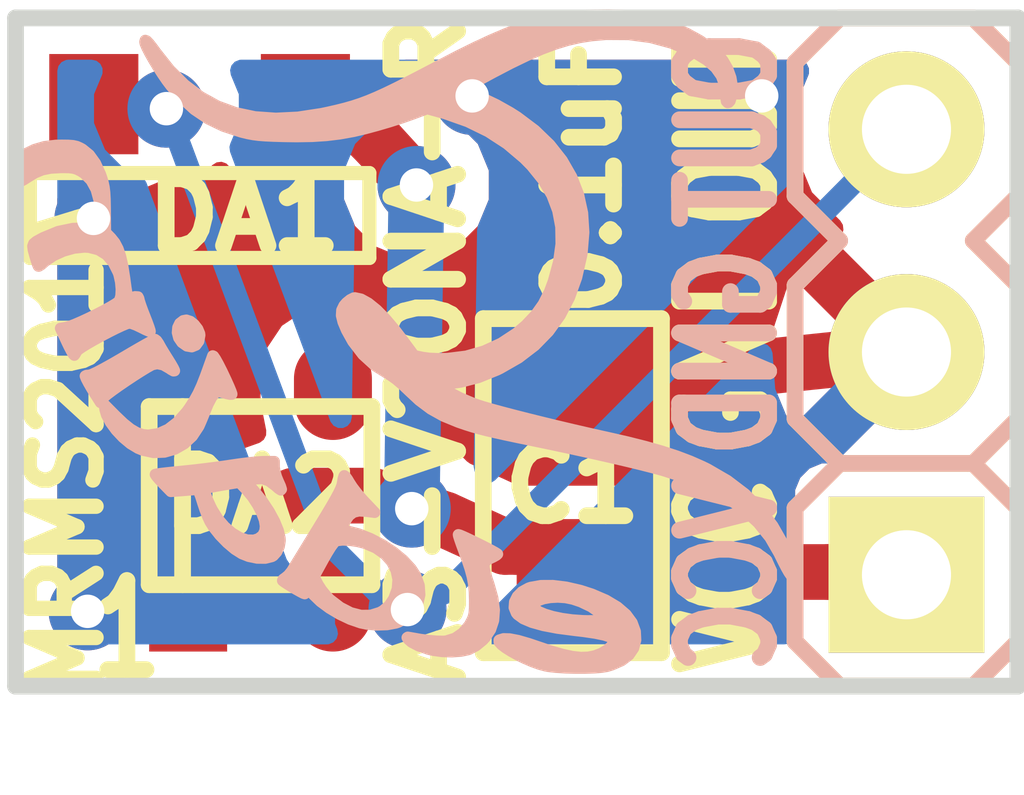
<source format=kicad_pcb>
(kicad_pcb (version 4) (host pcbnew "(2014-07-12 BZR 4289 GOST-COMMITTERS)-product")

  (general
    (links 8)
    (no_connects 0)
    (area 99.62655 49.723239 110.746429 57.000001)
    (thickness 1.6)
    (drawings 7)
    (tracks 74)
    (zones 0)
    (modules 5)
    (nets 4)
  )

  (page A4)
  (layers
    (0 F.Cu signal)
    (31 B.Cu signal)
    (36 B.SilkS user)
    (37 F.SilkS user)
    (38 B.Mask user)
    (39 F.Mask user)
    (40 Dwgs.User user hide)
    (44 Edge.Cuts user)
  )

  (setup
    (last_trace_width 0.2)
    (trace_clearance 0.2)
    (zone_clearance 0.3)
    (zone_45_only no)
    (trace_min 0.2)
    (segment_width 0.2)
    (edge_width 0.15)
    (via_size 0.7)
    (via_drill 0.3)
    (via_min_size 0.7)
    (via_min_drill 0.3)
    (uvia_size 0.7)
    (uvia_drill 0.3)
    (uvias_allowed no)
    (uvia_min_size 0.508)
    (uvia_min_drill 0.127)
    (pcb_text_width 0.3)
    (pcb_text_size 1.5 1.5)
    (mod_edge_width 0.15)
    (mod_text_size 1.5 1.5)
    (mod_text_width 0.15)
    (pad_size 1.4 1.4)
    (pad_drill 0.8)
    (pad_to_mask_clearance 0.2)
    (aux_axis_origin 0 0)
    (visible_elements 7FFFF77F)
    (pcbplotparams
      (layerselection 0x010f0_80000001)
      (usegerberextensions true)
      (gerberprecision 5)
      (excludeedgelayer true)
      (linewidth 0.150000)
      (plotframeref false)
      (viasonmask false)
      (mode 1)
      (useauxorigin false)
      (hpglpennumber 1)
      (hpglpenspeed 20)
      (hpglpendiameter 15)
      (hpglpenoverlay 2)
      (psnegative false)
      (psa4output false)
      (plotreference true)
      (plotvalue true)
      (plotinvisibletext false)
      (padsonsilk false)
      (subtractmaskfromsilk false)
      (outputformat 1)
      (mirror false)
      (drillshape 0)
      (scaleselection 1)
      (outputdirectory Gerber/))
  )

  (net 0 "")
  (net 1 GND)
  (net 2 /Out)
  (net 3 /+VCC)

  (net_class Default "Это класс цепей по умолчанию."
    (clearance 0.2)
    (trace_width 0.2)
    (via_dia 0.7)
    (via_drill 0.3)
    (uvia_dia 0.7)
    (uvia_drill 0.3)
    (add_net /Out)
  )

  (net_class wide ""
    (clearance 0.2)
    (trace_width 0.5)
    (via_dia 0.7)
    (via_drill 0.3)
    (uvia_dia 0.7)
    (uvia_drill 0.3)
    (add_net /+VCC)
    (add_net GND)
  )

  (net_class "wide wide" ""
    (clearance 0.2)
    (trace_width 1)
    (via_dia 0.7)
    (via_drill 0.3)
    (uvia_dia 0.7)
    (uvia_drill 0.3)
  )

  (module Capacitors:CAP0603 (layer F.Cu) (tedit 59542B52) (tstamp 59541A73)
    (at 105 54.2 90)
    (path /57D2A22C)
    (attr smd)
    (fp_text reference C1 (at 0 0 180) (layer F.SilkS)
      (effects (font (size 0.6 0.6) (thickness 0.15)))
    )
    (fp_text value 0.1uF (at 2.8 0.1 90) (layer F.SilkS)
      (effects (font (size 0.6 0.6) (thickness 0.15)))
    )
    (fp_line (start -1.5 -0.8) (end 1.5 -0.8) (layer F.SilkS) (width 0.15))
    (fp_line (start 1.5 -0.8) (end 1.5 0.8) (layer F.SilkS) (width 0.15))
    (fp_line (start 1.5 0.8) (end -1.5 0.8) (layer F.SilkS) (width 0.15))
    (fp_line (start -1.5 0.8) (end -1.5 -0.8) (layer F.SilkS) (width 0.15))
    (pad 1 smd rect (at -0.75 0 90) (size 0.9 1) (layers F.Cu F.Mask)
      (net 3 /+VCC))
    (pad 2 smd rect (at 0.75 0 90) (size 0.9 1) (layers F.Cu F.Mask)
      (net 1 GND))
    (model 3d\c_0603.wrl
      (at (xyz 0 0 0))
      (scale (xyz 1 1 1))
      (rotate (xyz 0 0 0))
    )
  )

  (module SOT:SOT23-3 (layer F.Cu) (tedit 59542B4B) (tstamp 59541A7E)
    (at 101.6528 51.774 180)
    (descr "Module SOT23")
    (path /57D297F1)
    (attr smd)
    (fp_text reference DA1 (at -0.4 0 180) (layer F.SilkS)
      (effects (font (size 0.6 0.6) (thickness 0.15)))
    )
    (fp_text value MRMS201A (at 1.2 -2.1 270) (layer F.SilkS)
      (effects (font (size 0.6 0.55) (thickness 0.1375)))
    )
    (fp_line (start -1.524 -0.381) (end 1.524 -0.381) (layer F.SilkS) (width 0.127))
    (fp_line (start 1.524 -0.381) (end 1.524 0.381) (layer F.SilkS) (width 0.127))
    (fp_line (start 1.524 0.381) (end -1.524 0.381) (layer F.SilkS) (width 0.127))
    (fp_line (start -1.524 0.381) (end -1.524 -0.381) (layer F.SilkS) (width 0.127))
    (pad 2 smd rect (at 0.95 1 180) (size 0.8 0.9) (layers F.Cu F.Mask)
      (net 2 /Out))
    (pad 1 smd rect (at -0.95 1 180) (size 0.8 0.9) (layers F.Cu F.Mask)
      (net 3 /+VCC))
    (pad 3 smd rect (at 0 -1 180) (size 0.8 0.9) (layers F.Cu F.Mask)
      (net 1 GND))
    (model 3d\sot23-3.wrl
      (at (xyz 0 0 0))
      (scale (xyz 1 1 1))
      (rotate (xyz 0 0 180))
    )
  )

  (module SOT:SON4 (layer F.Cu) (tedit 59542B2F) (tstamp 59541A8C)
    (at 102.2 54.2894 90)
    (path /57D29808)
    (fp_text reference DA2 (at 0 0 180) (layer F.SilkS)
      (effects (font (size 0.6 0.6) (thickness 0.15)))
    )
    (fp_text value AS-V20NA-R (at 1.3 1.5 90) (layer F.SilkS)
      (effects (font (size 0.6 0.6) (thickness 0.14986)))
    )
    (fp_text user 1 (at -1.2 -1.2 180) (layer F.SilkS)
      (effects (font (size 0.8 0.6) (thickness 0.15)))
    )
    (fp_line (start -0.8 -0.7) (end 0.8 -0.7) (layer F.SilkS) (width 0.15))
    (fp_line (start -0.8 -1) (end 0.8 -1) (layer F.SilkS) (width 0.15))
    (fp_line (start 0.8 -1) (end 0.8 1) (layer F.SilkS) (width 0.15))
    (fp_line (start 0.8 1) (end -0.8 1) (layer F.SilkS) (width 0.15))
    (fp_line (start -0.8 1) (end -0.8 -1) (layer F.SilkS) (width 0.15))
    (pad 1 smd rect (at -0.95 -0.65 90) (size 0.9 0.7) (layers F.Cu F.Mask)
      (net 3 /+VCC))
    (pad 2 smd oval (at -0.95 0.65 90) (size 0.9 0.7) (layers F.Cu F.Mask)
      (net 2 /Out))
    (pad 3 smd oval (at 0.95 0.65 90) (size 0.9 0.7) (layers F.Cu F.Mask))
    (pad 4 smd oval (at 0.95 -0.65 90) (size 0.9 0.7) (layers F.Cu F.Mask)
      (net 1 GND))
    (model 3d\sot23-6.wrl
      (at (xyz 0 0 0))
      (scale (xyz 1 1 1))
      (rotate (xyz 0 0 0))
    )
  )

  (module Graphics:Eldalim_7x6_back (layer B.Cu) (tedit 59541A0A) (tstamp 59541A99)
    (at 103.5 52.9)
    (path /57D297A2)
    (fp_text reference Logo1 (at 0 0) (layer B.SilkS) hide
      (effects (font (thickness 0.3)) (justify mirror))
    )
    (fp_text value Eldalim (at 0.75 0) (layer B.SilkS) hide
      (effects (font (thickness 0.3)) (justify mirror))
    )
    (fp_poly (pts (xy 2.069162 2.686247) (xy 2.050066 2.759719) (xy 2.007782 2.821383) (xy 1.941901 2.871617)
      (xy 1.852012 2.910797) (xy 1.811421 2.92288) (xy 1.763138 2.931127) (xy 1.694925 2.936611)
      (xy 1.613439 2.93937) (xy 1.52534 2.939445) (xy 1.437285 2.936874) (xy 1.355935 2.931699)
      (xy 1.287946 2.923958) (xy 1.263316 2.919613) (xy 1.205612 2.904171) (xy 1.14183 2.881233)
      (xy 1.075736 2.852906) (xy 1.011099 2.821297) (xy 0.951686 2.788513) (xy 0.901265 2.75666)
      (xy 0.863603 2.727845) (xy 0.842467 2.704176) (xy 0.841625 2.687759) (xy 0.844457 2.685381)
      (xy 0.881571 2.673868) (xy 0.937232 2.675286) (xy 1.012681 2.689841) (xy 1.109158 2.717737)
      (xy 1.174453 2.739832) (xy 1.301647 2.782621) (xy 1.408538 2.813593) (xy 1.498608 2.833139)
      (xy 1.575341 2.841646) (xy 1.642221 2.839504) (xy 1.702733 2.827102) (xy 1.759598 2.805188)
      (xy 1.807489 2.777303) (xy 1.845297 2.745238) (xy 1.868947 2.713649) (xy 1.874366 2.687195)
      (xy 1.870226 2.678737) (xy 1.841383 2.659719) (xy 1.804006 2.647435) (xy 1.804006 2.496613)
      (xy 1.793521 2.480495) (xy 1.763216 2.453702) (xy 1.754571 2.446783) (xy 1.667764 2.386792)
      (xy 1.576172 2.342957) (xy 1.504606 2.319037) (xy 1.438519 2.305543) (xy 1.369184 2.300992)
      (xy 1.301632 2.304528) (xy 1.240889 2.315291) (xy 1.191984 2.332422) (xy 1.159945 2.355064)
      (xy 1.149684 2.37965) (xy 1.162431 2.405383) (xy 1.198191 2.430513) (xy 1.253244 2.45402)
      (xy 1.32387 2.474884) (xy 1.406348 2.492083) (xy 1.496959 2.504597) (xy 1.591981 2.511404)
      (xy 1.633196 2.512322) (xy 1.694116 2.511981) (xy 1.746372 2.510318) (xy 1.783352 2.507623)
      (xy 1.796925 2.505161) (xy 1.804006 2.496613) (xy 1.804006 2.647435) (xy 1.787224 2.64192)
      (xy 1.707363 2.625253) (xy 1.601412 2.609633) (xy 1.521099 2.60029) (xy 1.367475 2.580313)
      (xy 1.23916 2.556001) (xy 1.136414 2.527432) (xy 1.059494 2.494682) (xy 1.00866 2.45783)
      (xy 0.996831 2.443625) (xy 0.977132 2.394931) (xy 0.980769 2.343731) (xy 1.005257 2.29445)
      (xy 1.048109 2.251512) (xy 1.106839 2.219344) (xy 1.126632 2.212618) (xy 1.217721 2.196502)
      (xy 1.325467 2.19605) (xy 1.445235 2.210751) (xy 1.572394 2.240094) (xy 1.674712 2.273173)
      (xy 1.800775 2.327187) (xy 1.903509 2.388413) (xy 1.982283 2.456188) (xy 2.036465 2.529852)
      (xy 2.065424 2.608743) (xy 2.069162 2.686247) (xy 2.069162 2.686247)) (layer B.SilkS) (width 0.1))
    (fp_poly (pts (xy 0.828829 1.9144) (xy 0.81771 1.924752) (xy 0.789349 1.940695) (xy 0.768684 1.950412)
      (xy 0.736979 1.966246) (xy 0.716526 1.983544) (xy 0.707 2.006683) (xy 0.708075 2.040043)
      (xy 0.719426 2.088) (xy 0.740727 2.154932) (xy 0.751186 2.185737) (xy 0.785837 2.308501)
      (xy 0.799919 2.415888) (xy 0.793216 2.509857) (xy 0.765513 2.592368) (xy 0.716595 2.66538)
      (xy 0.696104 2.687379) (xy 0.634404 2.738086) (xy 0.570975 2.770903) (xy 0.568648 2.771712)
      (xy 0.501117 2.786533) (xy 0.41824 2.792495) (xy 0.329869 2.789678) (xy 0.245855 2.778163)
      (xy 0.20721 2.768778) (xy 0.118563 2.73818) (xy 0.056041 2.705558) (xy 0.025763 2.678995)
      (xy 0.015548 2.664205) (xy 0.022185 2.660131) (xy 0.05007 2.664596) (xy 0.053474 2.665282)
      (xy 0.133325 2.679341) (xy 0.213127 2.689694) (xy 0.285582 2.695659) (xy 0.343393 2.696552)
      (xy 0.366624 2.694586) (xy 0.446142 2.669603) (xy 0.516349 2.621723) (xy 0.57248 2.554396)
      (xy 0.581526 2.539029) (xy 0.599687 2.504319) (xy 0.611314 2.474359) (xy 0.617817 2.441556)
      (xy 0.620604 2.398321) (xy 0.621085 2.337063) (xy 0.621046 2.326105) (xy 0.619027 2.251126)
      (xy 0.612673 2.183839) (xy 0.600521 2.117585) (xy 0.581113 2.045708) (xy 0.552987 1.96155)
      (xy 0.523537 1.881726) (xy 0.502961 1.825997) (xy 0.487044 1.780214) (xy 0.477555 1.749652)
      (xy 0.475845 1.739604) (xy 0.488894 1.742965) (xy 0.520456 1.756241) (xy 0.56539 1.776888)
      (xy 0.618553 1.802358) (xy 0.674803 1.830105) (xy 0.729 1.857584) (xy 0.776001 1.882248)
      (xy 0.810665 1.901551) (xy 0.827849 1.912946) (xy 0.828829 1.9144) (xy 0.828829 1.9144)) (layer B.SilkS) (width 0.1))
    (fp_poly (pts (xy 0.130476 2.279364) (xy 0.112604 2.35823) (xy 0.072994 2.428289) (xy 0.013253 2.485768)
      (xy -0.065017 2.526891) (xy -0.065969 2.527205) (xy -0.065969 2.142104) (xy -0.083298 2.059609)
      (xy -0.123038 1.983185) (xy -0.183776 1.91557) (xy -0.264099 1.859503) (xy -0.35996 1.81856)
      (xy -0.42754 1.801488) (xy -0.498227 1.791154) (xy -0.563226 1.788318) (xy -0.613741 1.793738)
      (xy -0.621632 1.795978) (xy -0.639714 1.811793) (xy -0.667064 1.848741) (xy -0.701588 1.903751)
      (xy -0.734143 1.960843) (xy -0.819918 2.116847) (xy -0.782404 2.188498) (xy -0.750943 2.237461)
      (xy -0.708895 2.289039) (xy -0.677275 2.320941) (xy -0.58395 2.39254) (xy -0.490553 2.440452)
      (xy -0.398977 2.46427) (xy -0.31112 2.463587) (xy -0.228875 2.437996) (xy -0.20187 2.423143)
      (xy -0.147459 2.378299) (xy -0.104994 2.315865) (xy -0.104196 2.314346) (xy -0.072464 2.227929)
      (xy -0.065969 2.142104) (xy -0.065969 2.527205) (xy -0.085395 2.533617) (xy -0.164222 2.548258)
      (xy -0.255498 2.551409) (xy -0.347561 2.543131) (xy -0.401053 2.531984) (xy -0.494484 2.49991)
      (xy -0.590389 2.454466) (xy -0.682006 2.399805) (xy -0.762574 2.340076) (xy -0.825332 2.279431)
      (xy -0.83825 2.263564) (xy -0.860754 2.235983) (xy -0.873931 2.227797) (xy -0.883596 2.236369)
      (xy -0.88658 2.241627) (xy -0.898834 2.263473) (xy -0.903317 2.270494) (xy -0.915508 2.266391)
      (xy -0.943831 2.251713) (xy -0.981867 2.230251) (xy -1.0232 2.205801) (xy -1.061412 2.182153)
      (xy -1.090087 2.1631) (xy -1.10268 2.152663) (xy -1.096987 2.140124) (xy -1.077605 2.126353)
      (xy -1.050738 2.104296) (xy -1.022794 2.07028) (xy -1.016653 2.060839) (xy -1.002102 2.037062)
      (xy -0.975641 1.993849) (xy -0.93933 1.934561) (xy -0.895227 1.862559) (xy -0.845392 1.781205)
      (xy -0.791882 1.69386) (xy -0.77898 1.6728) (xy -0.715683 1.5688) (xy -0.665547 1.484711)
      (xy -0.627208 1.417998) (xy -0.599299 1.366125) (xy -0.580455 1.326558) (xy -0.56931 1.296761)
      (xy -0.564563 1.274783) (xy -0.558532 1.237804) (xy -0.551134 1.213793) (xy -0.548243 1.209927)
      (xy -0.537287 1.217365) (xy -0.518766 1.242767) (xy -0.501324 1.272354) (xy -0.475257 1.312641)
      (xy -0.436572 1.363332) (xy -0.391771 1.416145) (xy -0.369448 1.4404) (xy -0.274806 1.540033)
      (xy -0.351449 1.530457) (xy -0.416981 1.527088) (xy -0.465553 1.538457) (xy -0.50449 1.568124)
      (xy -0.541118 1.619646) (xy -0.543556 1.623772) (xy -0.585796 1.695847) (xy -0.530187 1.705061)
      (xy -0.42314 1.731547) (xy -0.313495 1.774357) (xy -0.206231 1.830262) (xy -0.106323 1.896033)
      (xy -0.018751 1.968443) (xy 0.051509 2.044262) (xy 0.094588 2.110309) (xy 0.125005 2.195465)
      (xy 0.130476 2.279364) (xy 0.130476 2.279364)) (layer B.SilkS) (width 0.1))
    (fp_poly (pts (xy 3.473824 2.083236) (xy 3.473422 2.08847) (xy 3.469487 2.105603) (xy 3.462082 2.104423)
      (xy 3.446918 2.082812) (xy 3.440261 2.072105) (xy 3.421534 2.038858) (xy 3.396017 1.989801)
      (xy 3.368077 1.933422) (xy 3.35642 1.909073) (xy 3.273874 1.765762) (xy 3.167466 1.633952)
      (xy 3.037607 1.513936) (xy 2.88471 1.406009) (xy 2.709189 1.310467) (xy 2.511456 1.227605)
      (xy 2.313087 1.163615) (xy 2.217527 1.137855) (xy 2.099116 1.108008) (xy 1.961292 1.07486)
      (xy 1.807494 1.039201) (xy 1.641159 1.001815) (xy 1.465726 0.963492) (xy 1.284633 0.925018)
      (xy 1.143 0.895683) (xy 1.009805 0.868196) (xy 0.899064 0.844758) (xy 0.806968 0.824419)
      (xy 0.729706 0.806231) (xy 0.663466 0.789247) (xy 0.604439 0.772518) (xy 0.548812 0.755095)
      (xy 0.492777 0.736031) (xy 0.472346 0.728789) (xy 0.341715 0.675093) (xy 0.228735 0.612062)
      (xy 0.124583 0.534097) (xy 0.037026 0.452528) (xy -0.024504 0.393981) (xy -0.0831 0.344566)
      (xy -0.132967 0.309027) (xy -0.150132 0.29927) (xy -0.273697 0.221943) (xy -0.381433 0.123506)
      (xy -0.472099 0.005256) (xy -0.528004 -0.095353) (xy -0.559559 -0.169751) (xy -0.573892 -0.228406)
      (xy -0.571029 -0.276006) (xy -0.550996 -0.317236) (xy -0.52939 -0.342232) (xy -0.495784 -0.369671)
      (xy -0.464008 -0.385809) (xy -0.4534 -0.387685) (xy -0.397009 -0.375421) (xy -0.331527 -0.339162)
      (xy -0.257871 -0.279706) (xy -0.176956 -0.197851) (xy -0.0897 -0.094395) (xy -0.036293 -0.024465)
      (xy 0.079035 0.131544) (xy 0.156491 0.147663) (xy 0.215527 0.155377) (xy 0.29279 0.158651)
      (xy 0.380083 0.15714) (xy 0.381 0.157099) (xy 0.54702 0.136386) (xy 0.707792 0.090414)
      (xy 0.860013 0.020588) (xy 1.000381 -0.071687) (xy 1.081757 -0.141201) (xy 1.169088 -0.233571)
      (xy 1.237972 -0.330654) (xy 1.293344 -0.440309) (xy 1.328709 -0.534737) (xy 1.375764 -0.707457)
      (xy 1.398232 -0.870178) (xy 1.395855 -1.023988) (xy 1.368376 -1.169973) (xy 1.315539 -1.30922)
      (xy 1.237087 -1.442816) (xy 1.132761 -1.571849) (xy 1.067817 -1.637872) (xy 0.913625 -1.768403)
      (xy 0.744734 -1.878399) (xy 0.559413 -1.968813) (xy 0.355933 -2.040597) (xy 0.315196 -2.052176)
      (xy 0.195918 -2.084866) (xy 0.070195 -2.037777) (xy -0.026541 -2.003734) (xy -0.136931 -1.968448)
      (xy -0.251692 -1.934638) (xy -0.361539 -1.905025) (xy -0.457188 -1.882328) (xy -0.468981 -1.879844)
      (xy -0.588292 -1.858365) (xy -0.707917 -1.843778) (xy -0.83489 -1.835569) (xy -0.976246 -1.833223)
      (xy -1.085697 -1.83475) (xy -1.181389 -1.837438) (xy -1.256224 -1.840776) (xy -1.31608 -1.845385)
      (xy -1.366838 -1.851887) (xy -1.414376 -1.860902) (xy -1.464574 -1.873052) (xy -1.475497 -1.875925)
      (xy -1.630889 -1.926594) (xy -1.768846 -1.992616) (xy -1.893872 -2.076953) (xy -2.010469 -2.182569)
      (xy -2.105509 -2.290287) (xy -2.142055 -2.33873) (xy -2.182205 -2.397258) (xy -2.223091 -2.461036)
      (xy -2.261849 -2.525228) (xy -2.295614 -2.584998) (xy -2.321521 -2.635508) (xy -2.336703 -2.671924)
      (xy -2.339474 -2.685192) (xy -2.335524 -2.698993) (xy -2.322742 -2.694648) (xy -2.299733 -2.670837)
      (xy -2.2651 -2.626238) (xy -2.238998 -2.590132) (xy -2.114749 -2.433455) (xy -1.981886 -2.301292)
      (xy -1.839697 -2.193396) (xy -1.687471 -2.109519) (xy -1.524497 -2.049415) (xy -1.350062 -2.012836)
      (xy -1.163457 -1.999535) (xy -0.963969 -2.009264) (xy -0.750886 -2.041776) (xy -0.695158 -2.05349)
      (xy -0.613989 -2.072039) (xy -0.54028 -2.090547) (xy -0.470946 -2.110303) (xy -0.402906 -2.132598)
      (xy -0.333075 -2.158724) (xy -0.258371 -2.18997) (xy -0.175711 -2.227628) (xy -0.082011 -2.272987)
      (xy 0.02581 -2.32734) (xy 0.150837 -2.391976) (xy 0.296153 -2.468186) (xy 0.298921 -2.469644)
      (xy 0.477885 -2.562242) (xy 0.637802 -2.641213) (xy 0.781808 -2.707854) (xy 0.913038 -2.763465)
      (xy 1.03463 -2.809342) (xy 1.149718 -2.846784) (xy 1.261438 -2.87709) (xy 1.311058 -2.888659)
      (xy 1.391097 -2.902546) (xy 1.488884 -2.913462) (xy 1.598041 -2.921244) (xy 1.712189 -2.925731)
      (xy 1.824949 -2.92676) (xy 1.929945 -2.924169) (xy 2.020796 -2.917795) (xy 2.086702 -2.908391)
      (xy 2.242574 -2.870365) (xy 2.38996 -2.821286) (xy 2.525501 -2.762871) (xy 2.645837 -2.696839)
      (xy 2.747608 -2.624908) (xy 2.827453 -2.548795) (xy 2.853356 -2.516388) (xy 2.895319 -2.443673)
      (xy 2.923942 -2.363241) (xy 2.936554 -2.284331) (xy 2.934523 -2.235583) (xy 2.925476 -2.184075)
      (xy 2.916143 -2.154222) (xy 2.904436 -2.141002) (xy 2.894375 -2.138948) (xy 2.882696 -2.151119)
      (xy 2.877582 -2.188189) (xy 2.877296 -2.20438) (xy 2.867607 -2.297314) (xy 2.837562 -2.379405)
      (xy 2.785695 -2.452585) (xy 2.710539 -2.518782) (xy 2.610626 -2.579926) (xy 2.580105 -2.595385)
      (xy 2.394032 -2.672529) (xy 2.203131 -2.724113) (xy 2.005907 -2.750374) (xy 1.800864 -2.751551)
      (xy 1.670702 -2.739978) (xy 1.563563 -2.723098) (xy 1.45522 -2.698081) (xy 1.342554 -2.663714)
      (xy 1.222446 -2.618781) (xy 1.09178 -2.562067) (xy 0.947435 -2.492359) (xy 0.786295 -2.408442)
      (xy 0.701842 -2.362635) (xy 0.627822 -2.322092) (xy 0.575023 -2.292528) (xy 0.54142 -2.271714)
      (xy 0.524989 -2.25742) (xy 0.523706 -2.247414) (xy 0.535547 -2.239466) (xy 0.558487 -2.231346)
      (xy 0.577207 -2.225309) (xy 0.692444 -2.180927) (xy 0.816485 -2.121702) (xy 0.93991 -2.052356)
      (xy 1.005501 -2.010692) (xy 1.163565 -1.89193) (xy 1.29797 -1.762188) (xy 1.408372 -1.622212)
      (xy 1.494424 -1.472744) (xy 1.55578 -1.314528) (xy 1.592096 -1.148309) (xy 1.603025 -0.974829)
      (xy 1.588221 -0.794833) (xy 1.583721 -0.767094) (xy 1.538561 -0.569309) (xy 1.474333 -0.390109)
      (xy 1.390598 -0.228899) (xy 1.286916 -0.085084) (xy 1.16285 0.041929) (xy 1.017958 0.152736)
      (xy 0.851803 0.247931) (xy 0.823797 0.261478) (xy 0.657417 0.328747) (xy 0.497035 0.370518)
      (xy 0.40216 0.38342) (xy 0.303005 0.391985) (xy 0.342002 0.423133) (xy 0.407373 0.466908)
      (xy 0.493986 0.511837) (xy 0.596609 0.555338) (xy 0.648368 0.574374) (xy 0.700669 0.591088)
      (xy 0.775571 0.612684) (xy 0.869567 0.638284) (xy 0.97915 0.667008) (xy 1.100812 0.697978)
      (xy 1.231045 0.730315) (xy 1.366344 0.763139) (xy 1.503199 0.795573) (xy 1.638103 0.826738)
      (xy 1.76755 0.855754) (xy 1.798053 0.86244) (xy 1.989845 0.906092) (xy 2.15838 0.948532)
      (xy 2.307041 0.99082) (xy 2.43921 1.03402) (xy 2.558271 1.079194) (xy 2.667605 1.127403)
      (xy 2.713789 1.149995) (xy 2.892416 1.253455) (xy 3.049647 1.372882) (xy 3.185438 1.508233)
      (xy 3.29974 1.65946) (xy 3.378779 1.798052) (xy 3.407982 1.862114) (xy 3.434166 1.929041)
      (xy 3.455253 1.992455) (xy 3.469165 2.045979) (xy 3.473824 2.083236) (xy 3.473824 2.083236)) (layer B.SilkS) (width 0.1))
    (fp_poly (pts (xy -1.112261 1.332343) (xy -1.117958 1.338971) (xy -1.138545 1.325659) (xy -1.168537 1.29927)
      (xy -1.227488 1.255499) (xy -1.285617 1.236153) (xy -1.348665 1.239739) (xy -1.372862 1.246107)
      (xy -1.428935 1.263315) (xy -1.353945 1.35021) (xy -1.282653 1.440226) (xy -1.22173 1.531879)
      (xy -1.173466 1.62078) (xy -1.140152 1.702538) (xy -1.124078 1.772762) (xy -1.122947 1.792995)
      (xy -1.131562 1.845821) (xy -1.154088 1.894464) (xy -1.185544 1.929366) (xy -1.197747 1.936568)
      (xy -1.257057 1.951442) (xy -1.257057 1.662822) (xy -1.265714 1.608935) (xy -1.290084 1.543136)
      (xy -1.326711 1.472147) (xy -1.372134 1.402692) (xy -1.42172 1.342731) (xy -1.490579 1.27001)
      (xy -1.641577 1.295117) (xy -1.702101 1.305691) (xy -1.752424 1.315444) (xy -1.786971 1.323232)
      (xy -1.799989 1.327638) (xy -1.80141 1.346038) (xy -1.791785 1.382631) (xy -1.772968 1.432191)
      (xy -1.74681 1.489492) (xy -1.732942 1.516783) (xy -1.681777 1.598296) (xy -1.621499 1.668323)
      (xy -1.555649 1.724646) (xy -1.487767 1.765048) (xy -1.421394 1.787312) (xy -1.360072 1.789221)
      (xy -1.319253 1.775816) (xy -1.280667 1.746336) (xy -1.26133 1.705843) (xy -1.257057 1.662822)
      (xy -1.257057 1.951442) (xy -1.257794 1.951627) (xy -1.330315 1.950873) (xy -1.406833 1.935104)
      (xy -1.46719 1.911241) (xy -1.531289 1.870578) (xy -1.59984 1.812776) (xy -1.665847 1.744861)
      (xy -1.722316 1.673856) (xy -1.753871 1.623407) (xy -1.775017 1.577889) (xy -1.798358 1.517996)
      (xy -1.819464 1.455261) (xy -1.823045 1.443328) (xy -1.839005 1.393251) (xy -1.853637 1.355107)
      (xy -1.864649 1.334568) (xy -1.867803 1.332578) (xy -1.885697 1.334665) (xy -1.923257 1.338117)
      (xy -1.973486 1.342305) (xy -1.992472 1.343805) (xy -2.105526 1.352611) (xy -2.178269 1.278215)
      (xy -2.211775 1.242545) (xy -2.235489 1.214569) (xy -2.245291 1.199234) (xy -2.245111 1.197979)
      (xy -2.230511 1.194875) (xy -2.193725 1.189917) (xy -2.139199 1.183623) (xy -2.071379 1.176514)
      (xy -2.010017 1.170539) (xy -1.912243 1.160421) (xy -1.802704 1.147618) (xy -1.693054 1.133578)
      (xy -1.594945 1.119746) (xy -1.569746 1.115891) (xy -1.489164 1.104201) (xy -1.409814 1.094327)
      (xy -1.339034 1.087072) (xy -1.284163 1.083239) (xy -1.267545 1.082842) (xy -1.176421 1.082842)
      (xy -1.17629 1.132973) (xy -1.170395 1.173716) (xy -1.155419 1.223967) (xy -1.142869 1.254617)
      (xy -1.120788 1.304612) (xy -1.112261 1.332343) (xy -1.112261 1.332343)) (layer B.SilkS) (width 0.1))
    (fp_poly (pts (xy -1.557261 0.478875) (xy -1.573032 0.479599) (xy -1.604245 0.47326) (xy -1.615702 0.470036)
      (xy -1.652195 0.460122) (xy -1.67838 0.454809) (xy -1.682109 0.454526) (xy -1.707992 0.46735)
      (xy -1.737382 0.504514) (xy -1.768978 0.564061) (xy -1.792791 0.620811) (xy -1.814557 0.675833)
      (xy -1.835396 0.726024) (xy -1.851578 0.762463) (xy -1.854613 0.768684) (xy -1.912334 0.856003)
      (xy -1.985496 0.924402) (xy -2.070343 0.972532) (xy -2.163119 0.999042) (xy -2.260068 1.002583)
      (xy -2.357433 0.981806) (xy -2.399632 0.96452) (xy -2.467908 0.923269) (xy -2.535229 0.867038)
      (xy -2.596766 0.801459) (xy -2.647689 0.732162) (xy -2.683166 0.664776) (xy -2.696872 0.618038)
      (xy -2.704928 0.568158) (xy -2.603365 0.670641) (xy -2.529771 0.74088) (xy -2.466891 0.791163)
      (xy -2.410728 0.823861) (xy -2.357288 0.841344) (xy -2.307865 0.84603) (xy -2.217092 0.832778)
      (xy -2.129223 0.793288) (xy -2.044862 0.72796) (xy -1.964613 0.637194) (xy -1.939033 0.601579)
      (xy -1.896526 0.535955) (xy -1.861135 0.472117) (xy -1.828814 0.40178) (xy -1.795517 0.31666)
      (xy -1.782946 0.282016) (xy -1.762844 0.225863) (xy -1.74563 0.177867) (xy -1.733614 0.144465)
      (xy -1.729705 0.133684) (xy -1.721573 0.13726) (xy -1.704231 0.162753) (xy -1.679189 0.207585)
      (xy -1.647957 0.269181) (xy -1.636467 0.292917) (xy -1.606834 0.35609) (xy -1.582537 0.410422)
      (xy -1.565433 0.451548) (xy -1.557382 0.475106) (xy -1.557261 0.478875) (xy -1.557261 0.478875)) (layer B.SilkS) (width 0.1))
    (fp_poly (pts (xy -2.072105 0.268465) (xy -2.081286 0.269726) (xy -2.10442 0.256923) (xy -2.116669 0.248107)
      (xy -2.173487 0.215514) (xy -2.22815 0.204071) (xy -2.274341 0.214455) (xy -2.321218 0.240817)
      (xy -2.378661 0.275856) (xy -2.442422 0.316667) (xy -2.50825 0.360345) (xy -2.571895 0.403983)
      (xy -2.62911 0.444677) (xy -2.675643 0.47952) (xy -2.707246 0.505607) (xy -2.719115 0.518572)
      (xy -2.737412 0.553492) (xy -2.78385 0.480615) (xy -2.816994 0.426794) (xy -2.845083 0.37783)
      (xy -2.865096 0.339264) (xy -2.874015 0.316635) (xy -2.874211 0.314821) (xy -2.862677 0.30943)
      (xy -2.838432 0.307473) (xy -2.814787 0.300473) (xy -2.771017 0.280308) (xy -2.709511 0.24823)
      (xy -2.632661 0.205492) (xy -2.542858 0.153347) (xy -2.532228 0.147052) (xy -2.455225 0.10172)
      (xy -2.385537 0.061353) (xy -2.326549 0.02786) (xy -2.281647 0.003147) (xy -2.254216 -0.010877)
      (xy -2.247507 -0.013369) (xy -2.232586 -0.002574) (xy -2.214251 0.024008) (xy -2.211008 0.030079)
      (xy -2.192863 0.062611) (xy -2.165515 0.108281) (xy -2.134478 0.157908) (xy -2.130455 0.16418)
      (xy -2.103162 0.208175) (xy -2.082699 0.244198) (xy -2.072598 0.265931) (xy -2.072105 0.268465)
      (xy -2.072105 0.268465)) (layer B.SilkS) (width 0.1))
    (fp_poly (pts (xy -2.290522 -0.084601) (xy -2.30392 -0.087759) (xy -2.334089 -0.100884) (xy -2.372324 -0.120016)
      (xy -2.416924 -0.141182) (xy -2.455924 -0.155727) (xy -2.477858 -0.1602) (xy -2.502202 -0.153786)
      (xy -2.544204 -0.136442) (xy -2.599145 -0.11069) (xy -2.662305 -0.079054) (xy -2.728963 -0.044058)
      (xy -2.794402 -0.008224) (xy -2.8539 0.025923) (xy -2.902739 0.055862) (xy -2.936198 0.079068)
      (xy -2.949088 0.091741) (xy -2.963735 0.11759) (xy -2.972114 0.129097) (xy -2.980738 0.121304)
      (xy -2.997534 0.093729) (xy -3.019854 0.051037) (xy -3.038634 0.011886) (xy -3.096846 -0.113632)
      (xy -3.049029 -0.121115) (xy -3.015638 -0.13047) (xy -2.966208 -0.149507) (xy -2.90552 -0.17585)
      (xy -2.838352 -0.207122) (xy -2.769485 -0.240946) (xy -2.703698 -0.274943) (xy -2.645772 -0.306738)
      (xy -2.600486 -0.333954) (xy -2.572621 -0.354213) (xy -2.566725 -0.36097) (xy -2.554388 -0.403947)
      (xy -2.551348 -0.462986) (xy -2.557192 -0.529238) (xy -2.571503 -0.593854) (xy -2.578625 -0.614948)
      (xy -2.623939 -0.705714) (xy -2.682873 -0.77352) (xy -2.75534 -0.818302) (xy -2.841255 -0.839996)
      (xy -2.883023 -0.842211) (xy -2.975202 -0.83252) (xy -3.070434 -0.805762) (xy -3.159588 -0.765409)
      (xy -3.233534 -0.71493) (xy -3.244984 -0.704602) (xy -3.272334 -0.681465) (xy -3.291428 -0.670461)
      (xy -3.295432 -0.670766) (xy -3.302356 -0.686347) (xy -3.313814 -0.720591) (xy -3.327424 -0.766334)
      (xy -3.328489 -0.770115) (xy -3.341536 -0.818552) (xy -3.345566 -0.850956) (xy -3.337266 -0.873876)
      (xy -3.313323 -0.89386) (xy -3.270426 -0.917456) (xy -3.248189 -0.928874) (xy -3.117104 -0.982765)
      (xy -2.984499 -1.010301) (xy -2.87414 -1.013515) (xy -2.814543 -1.011111) (xy -2.776043 -1.013806)
      (xy -2.754021 -1.026174) (xy -2.743856 -1.052792) (xy -2.740929 -1.098235) (xy -2.740709 -1.145684)
      (xy -2.749767 -1.261079) (xy -2.776996 -1.360252) (xy -2.82167 -1.441617) (xy -2.883058 -1.503589)
      (xy -2.914316 -1.523825) (xy -2.947481 -1.540428) (xy -2.979376 -1.550341) (xy -3.018436 -1.555064)
      (xy -3.073097 -1.556097) (xy -3.09479 -1.555899) (xy -3.185158 -1.550747) (xy -3.258906 -1.536071)
      (xy -3.325261 -1.509179) (xy -3.389981 -1.469779) (xy -3.424282 -1.447766) (xy -3.448846 -1.43496)
      (xy -3.456657 -1.433569) (xy -3.460447 -1.448712) (xy -3.465245 -1.483531) (xy -3.470116 -1.531038)
      (xy -3.470909 -1.540173) (xy -3.479436 -1.641052) (xy -3.420797 -1.674597) (xy -3.330668 -1.71838)
      (xy -3.239787 -1.744977) (xy -3.138536 -1.756795) (xy -3.088105 -1.757934) (xy -3.026004 -1.757166)
      (xy -2.982617 -1.753821) (xy -2.949941 -1.746356) (xy -2.919973 -1.733234) (xy -2.899259 -1.72159)
      (xy -2.836079 -1.670191) (xy -2.78215 -1.595343) (xy -2.736847 -1.496118) (xy -2.725623 -1.463842)
      (xy -2.712929 -1.421182) (xy -2.704099 -1.379495) (xy -2.698408 -1.332249) (xy -2.695132 -1.272912)
      (xy -2.693546 -1.194952) (xy -2.693337 -1.172704) (xy -2.691745 -0.975144) (xy -2.642554 -0.924768)
      (xy -2.607842 -0.881481) (xy -2.579454 -0.827484) (xy -2.556098 -0.758886) (xy -2.53648 -0.671795)
      (xy -2.519308 -0.562319) (xy -2.517453 -0.548286) (xy -2.50767 -0.476517) (xy -2.499647 -0.427646)
      (xy -2.492413 -0.397974) (xy -2.484998 -0.383801) (xy -2.476432 -0.381429) (xy -2.473907 -0.382284)
      (xy -2.427641 -0.397406) (xy -2.400422 -0.395632) (xy -2.392947 -0.380749) (xy -2.388153 -0.359155)
      (xy -2.375195 -0.31914) (xy -2.356207 -0.266956) (xy -2.339239 -0.22346) (xy -2.317855 -0.168646)
      (xy -2.301473 -0.12372) (xy -2.291946 -0.093961) (xy -2.290522 -0.084601) (xy -2.290522 -0.084601)) (layer B.SilkS) (width 0.1))
    (fp_poly (pts (xy -1.844842 -0.051101) (xy -1.85455 0.002834) (xy -1.880434 0.038294) (xy -1.917638 0.053307)
      (xy -1.961304 0.045904) (xy -2.006292 0.014396) (xy -2.035195 -0.027838) (xy -2.047163 -0.074821)
      (xy -2.043436 -0.120331) (xy -2.025253 -0.158143) (xy -1.993857 -0.182036) (xy -1.966111 -0.187158)
      (xy -1.930467 -0.175674) (xy -1.894001 -0.146437) (xy -1.863683 -0.107269) (xy -1.846487 -0.065993)
      (xy -1.844842 -0.051101) (xy -1.844842 -0.051101)) (layer B.SilkS) (width 0.1))
  )

  (module Connectors:for_SENS_PLS2-3 (layer F.Cu) (tedit 5A120790) (tstamp 59541ACE)
    (at 108 55 90)
    (descr "Single-line connector 2-pin")
    (path /59541896)
    (fp_text reference XP1 (at 0 1.6 90) (layer F.SilkS) hide
      (effects (font (size 0.6 0.6) (thickness 0.15)))
    )
    (fp_text value Out (at 4 1.6 90) (layer F.SilkS) hide
      (effects (font (size 0.6 0.6) (thickness 0.15)))
    )
    (fp_text user OUT (at 4 -1.6 90) (layer F.SilkS)
      (effects (font (size 0.8 0.6) (thickness 0.15)))
    )
    (fp_text user GND (at 2 -1.6 90) (layer F.SilkS)
      (effects (font (size 0.8 0.6) (thickness 0.15)))
    )
    (fp_text user VCC (at 0 -1.6 90) (layer F.SilkS)
      (effects (font (size 0.8 0.6) (thickness 0.15)))
    )
    (fp_line (start 5 0.6) (end 4.6 1) (layer F.SilkS) (width 0.15))
    (fp_line (start 3.4 1) (end 3 0.6) (layer F.SilkS) (width 0.15))
    (fp_line (start 4.6 1) (end 3.4 1) (layer F.SilkS) (width 0.15))
    (fp_line (start 5 -0.6) (end 5 0.6) (layer F.SilkS) (width 0.15))
    (fp_line (start 4.6 -1) (end 5 -0.6) (layer F.SilkS) (width 0.15))
    (fp_line (start 3.4 -1) (end 4.6 -1) (layer F.SilkS) (width 0.15))
    (fp_line (start 3 -0.6) (end 3.4 -1) (layer F.SilkS) (width 0.15))
    (fp_line (start 3 -0.6) (end 3.4 -1) (layer B.SilkS) (width 0.15))
    (fp_line (start 3.4 -1) (end 4.6 -1) (layer B.SilkS) (width 0.15))
    (fp_line (start 4.6 -1) (end 5 -0.6) (layer B.SilkS) (width 0.15))
    (fp_line (start 5 -0.6) (end 5 0.6) (layer B.SilkS) (width 0.15))
    (fp_line (start 4.6 1) (end 3.4 1) (layer B.SilkS) (width 0.15))
    (fp_line (start 3.4 1) (end 3 0.6) (layer B.SilkS) (width 0.15))
    (fp_line (start 5 0.6) (end 4.6 1) (layer B.SilkS) (width 0.15))
    (fp_line (start -1 0.6) (end -1 -0.6) (layer B.SilkS) (width 0.15))
    (fp_line (start -1 -0.6) (end -0.6 -1) (layer B.SilkS) (width 0.15))
    (fp_line (start -0.6 -1) (end 0.6 -1) (layer B.SilkS) (width 0.15))
    (fp_line (start 0.6 -1) (end 1 -0.6) (layer B.SilkS) (width 0.15))
    (fp_line (start 1 -0.6) (end 1 0.6) (layer B.SilkS) (width 0.15))
    (fp_line (start 0.6 1) (end -0.6 1) (layer B.SilkS) (width 0.15))
    (fp_line (start -0.6 1) (end -1 0.6) (layer B.SilkS) (width 0.15))
    (fp_line (start 1 0.6) (end 0.6 1) (layer B.SilkS) (width 0.15))
    (fp_line (start 3 0.6) (end 2.6 1) (layer B.SilkS) (width 0.15))
    (fp_line (start 1.4 1) (end 1 0.6) (layer B.SilkS) (width 0.15))
    (fp_line (start 2.6 1) (end 1.4 1) (layer B.SilkS) (width 0.15))
    (fp_line (start 2.6 -1) (end 3 -0.6) (layer B.SilkS) (width 0.15))
    (fp_line (start 1.4 -1) (end 2.6 -1) (layer B.SilkS) (width 0.15))
    (fp_line (start 1 -0.6) (end 1.4 -1) (layer B.SilkS) (width 0.15))
    (fp_line (start -1 0.6) (end -1 -0.6) (layer F.SilkS) (width 0.15))
    (fp_line (start -1 -0.6) (end -0.6 -1) (layer F.SilkS) (width 0.15))
    (fp_line (start -0.6 -1) (end 0.6 -1) (layer F.SilkS) (width 0.15))
    (fp_line (start 0.6 1) (end -0.6 1) (layer F.SilkS) (width 0.15))
    (fp_line (start -0.6 1) (end -1 0.6) (layer F.SilkS) (width 0.15))
    (fp_line (start 1 0.6) (end 0.6 1) (layer F.SilkS) (width 0.15))
    (fp_line (start 1 -0.6) (end 0.6 -1) (layer F.SilkS) (width 0.15))
    (fp_line (start 1 0.6) (end 1 -0.6) (layer F.SilkS) (width 0.15))
    (fp_line (start 1 -0.6) (end 1.4 -1) (layer F.SilkS) (width 0.15))
    (fp_line (start 1.4 -1) (end 2.6 -1) (layer F.SilkS) (width 0.15))
    (fp_line (start 2.6 -1) (end 3 -0.6) (layer F.SilkS) (width 0.15))
    (fp_line (start 2.6 1) (end 1.4 1) (layer F.SilkS) (width 0.15))
    (fp_line (start 1.4 1) (end 1 0.6) (layer F.SilkS) (width 0.15))
    (fp_line (start 3 0.6) (end 2.6 1) (layer F.SilkS) (width 0.15))
    (fp_text user 1 (at -1.5 0 90) (layer F.SilkS) hide
      (effects (font (size 1.5 1) (thickness 0.15)))
    )
    (pad 3 thru_hole circle (at 4 0 90) (size 1.4 1.4) (drill 0.8) (layers *.Cu *.Mask F.SilkS)
      (net 2 /Out))
    (pad 1 thru_hole rect (at 0 0 90) (size 1.4 1.4) (drill 0.8) (layers *.Cu *.Mask F.SilkS)
      (net 3 /+VCC))
    (pad 2 thru_hole circle (at 2 0 90) (size 1.4 1.4) (drill 0.8) (layers *.Cu *.Mask F.SilkS)
      (net 1 GND) (zone_connect 1))
  )

  (gr_line (start 100 50) (end 109 50) (angle 90) (layer Edge.Cuts) (width 0.15))
  (gr_line (start 100 56) (end 100 50) (angle 90) (layer Edge.Cuts) (width 0.15))
  (gr_line (start 109 56) (end 109 50) (angle 90) (layer Edge.Cuts) (width 0.15))
  (gr_line (start 100 56) (end 109 56) (angle 90) (layer Edge.Cuts) (width 0.15))
  (gr_text OUT (at 106.4 51 90) (layer B.SilkS)
    (effects (font (size 0.8 0.6) (thickness 0.15)) (justify mirror))
  )
  (gr_text GND (at 106.4 53 90) (layer B.SilkS)
    (effects (font (size 0.8 0.6) (thickness 0.15)) (justify mirror))
  )
  (gr_text VCC (at 106.4 55 90) (layer B.SilkS)
    (effects (font (size 0.8 0.6) (thickness 0.15)) (justify mirror))
  )

  (segment (start 105 53.45) (end 104.75 53.25) (width 0.5) (layer F.Cu) (net 1))
  (segment (start 104.75 53.25) (end 104.75 53) (width 0.5) (layer F.Cu) (net 1))
  (segment (start 104.75 53) (end 104.75 52.8964) (width 0.5) (layer F.Cu) (net 1))
  (segment (start 104.75 52.8964) (end 104.6036 52.75) (width 0.5) (layer F.Cu) (net 1))
  (segment (start 104.6036 52.75) (end 103.2355 52.3801) (width 0.5) (layer F.Cu) (net 1))
  (segment (start 103.2355 52.3801) (end 103.2145 52.3593) (width 0.5) (layer F.Cu) (net 1))
  (segment (start 103.2145 52.3593) (end 102.2599 52.074) (width 0.5) (layer F.Cu) (net 1))
  (segment (start 102.2599 52.074) (end 102.1564 52.074) (width 0.5) (layer F.Cu) (net 1))
  (segment (start 102.1564 52.074) (end 101.9492 52.074) (width 0.5) (layer F.Cu) (net 1))
  (segment (start 101.9492 52.074) (end 101.8028 52.2204) (width 0.5) (layer F.Cu) (net 1))
  (segment (start 101.8028 52.2204) (end 101.8028 52.324) (width 0.5) (layer F.Cu) (net 1))
  (segment (start 101.8028 52.324) (end 101.8028 52.574) (width 0.5) (layer F.Cu) (net 1))
  (segment (start 101.8028 52.574) (end 101.6528 52.774) (width 0.5) (layer F.Cu) (net 1))
  (segment (start 101.6528 52.774) (end 101.55 52.974) (width 0.5) (layer F.Cu) (net 1))
  (segment (start 101.55 52.974) (end 101.55 53.224) (width 0.5) (layer F.Cu) (net 1))
  (segment (start 101.55 53.224) (end 101.55 53.2394) (width 0.5) (layer F.Cu) (net 1))
  (segment (start 101.55 53.2394) (end 101.55 53.3394) (width 0.5) (layer F.Cu) (net 1))
  (segment (start 105 53.45) (end 105.25 53.25) (width 0.5) (layer F.Cu) (net 1))
  (segment (start 105.25 53.25) (end 105.5 53.25) (width 0.5) (layer F.Cu) (net 1))
  (segment (start 105.5 53.25) (end 105.6036 53.25) (width 0.5) (layer F.Cu) (net 1))
  (segment (start 105.6036 53.25) (end 108 53) (width 0.5) (layer F.Cu) (net 1))
  (segment (start 105 53.45) (end 105.25 53.25) (width 0.5) (layer F.Cu) (net 1))
  (segment (start 105.25 53.25) (end 105.25 53) (width 0.5) (layer F.Cu) (net 1))
  (segment (start 105.25 53) (end 105.25 52.8964) (width 0.5) (layer F.Cu) (net 1))
  (segment (start 105.25 52.8964) (end 106.7 50.7) (width 0.5) (layer F.Cu) (net 1))
  (segment (start 101.6528 52.774) (end 101.5028 52.574) (width 0.5) (layer F.Cu) (net 1))
  (segment (start 101.5028 52.574) (end 101.2528 52.574) (width 0.5) (layer F.Cu) (net 1))
  (segment (start 101.2528 52.574) (end 101.1492 52.574) (width 0.5) (layer F.Cu) (net 1))
  (segment (start 101.1492 52.574) (end 101.0028 52.4276) (width 0.5) (layer F.Cu) (net 1))
  (segment (start 101.0028 52.4276) (end 100.7 51.8) (width 0.5) (layer F.Cu) (net 1))
  (segment (start 106.7 50.7) (end 104.1 50.7) (width 0.5) (layer B.Cu) (net 1))
  (segment (start 100.7 51.8) (end 100.6472 55.3283) (width 0.5) (layer B.Cu) (net 1))
  (via (at 100.6472 55.3283) (size 0.7) (layers F.Cu B.Cu) (net 1))
  (via (at 100.7 51.8) (size 0.7) (layers F.Cu B.Cu) (net 1))
  (via (at 104.1 50.7) (size 0.7) (layers F.Cu B.Cu) (net 1))
  (via (at 106.7 50.7) (size 0.7) (layers F.Cu B.Cu) (net 1))
  (segment (start 102.85 55.2394) (end 102.85 55.3124) (width 0.2) (layer F.Cu) (net 2))
  (segment (start 102.85 55.3124) (end 103.5192 55.3124) (width 0.2) (layer F.Cu) (net 2))
  (segment (start 101.3548 50.8146) (end 101.1028 50.8146) (width 0.2) (layer F.Cu) (net 2))
  (segment (start 101.1028 50.8146) (end 101.0028 50.8146) (width 0.2) (layer F.Cu) (net 2))
  (segment (start 101.0028 50.8146) (end 100.7028 50.774) (width 0.2) (layer F.Cu) (net 2))
  (segment (start 101.3548 50.8146) (end 102.8076 54.7168) (width 0.2) (layer B.Cu) (net 2))
  (segment (start 102.8076 54.7168) (end 103.247 55.1562) (width 0.2) (layer B.Cu) (net 2))
  (segment (start 103.247 55.1562) (end 103.5192 55.3124) (width 0.2) (layer B.Cu) (net 2))
  (segment (start 103.5192 55.3124) (end 103.8684 55.1562) (width 0.2) (layer B.Cu) (net 2))
  (segment (start 103.8684 55.1562) (end 104.3078 54.7168) (width 0.2) (layer B.Cu) (net 2))
  (segment (start 104.3078 54.7168) (end 108 51) (width 0.2) (layer B.Cu) (net 2))
  (via (at 101.3548 50.8146) (size 0.7) (layers F.Cu B.Cu) (net 2))
  (via (at 103.5192 55.3124) (size 0.7) (layers F.Cu B.Cu) (net 2))
  (segment (start 103.5577 54.4061) (end 103.2021 54.2894) (width 0.5) (layer F.Cu) (net 3))
  (segment (start 103.2021 54.2894) (end 102.4979 54.2894) (width 0.5) (layer F.Cu) (net 3))
  (segment (start 102.4979 54.2894) (end 101.7964 54.5394) (width 0.5) (layer F.Cu) (net 3))
  (segment (start 101.7964 54.5394) (end 101.65 54.6858) (width 0.5) (layer F.Cu) (net 3))
  (segment (start 101.65 54.6858) (end 101.65 54.7894) (width 0.5) (layer F.Cu) (net 3))
  (segment (start 101.65 54.7894) (end 101.65 55.0394) (width 0.5) (layer F.Cu) (net 3))
  (segment (start 101.65 55.0394) (end 101.55 55.2394) (width 0.5) (layer F.Cu) (net 3))
  (segment (start 103.6 51.5) (end 103.2528 51.1204) (width 0.5) (layer F.Cu) (net 3))
  (segment (start 103.2528 51.1204) (end 103.1064 50.974) (width 0.5) (layer F.Cu) (net 3))
  (segment (start 103.1064 50.974) (end 103.0028 50.974) (width 0.5) (layer F.Cu) (net 3))
  (segment (start 103.0028 50.974) (end 102.7528 50.974) (width 0.5) (layer F.Cu) (net 3))
  (segment (start 102.7528 50.974) (end 102.6028 50.774) (width 0.5) (layer F.Cu) (net 3))
  (segment (start 105 54.95) (end 104.75 54.75) (width 0.5) (layer F.Cu) (net 3))
  (segment (start 104.75 54.75) (end 104.5 54.75) (width 0.5) (layer F.Cu) (net 3))
  (segment (start 104.5 54.75) (end 104.3964 54.75) (width 0.5) (layer F.Cu) (net 3))
  (segment (start 104.3964 54.75) (end 103.8543 54.5034) (width 0.5) (layer F.Cu) (net 3))
  (segment (start 103.8543 54.5034) (end 103.5577 54.4061) (width 0.5) (layer F.Cu) (net 3))
  (segment (start 105 54.95) (end 105.25 54.975) (width 0.5) (layer F.Cu) (net 3))
  (segment (start 105.25 54.975) (end 105.5 54.975) (width 0.5) (layer F.Cu) (net 3))
  (segment (start 105.5 54.975) (end 107.3 54.975) (width 0.5) (layer F.Cu) (net 3))
  (segment (start 107.3 54.975) (end 107.55 54.975) (width 0.5) (layer F.Cu) (net 3))
  (segment (start 107.55 54.975) (end 108 55) (width 0.5) (layer F.Cu) (net 3))
  (segment (start 103.5577 54.4061) (end 103.6 51.5) (width 0.5) (layer B.Cu) (net 3))
  (via (at 103.6 51.5) (size 0.7) (layers F.Cu B.Cu) (net 3))
  (via (at 103.5577 54.4061) (size 0.7) (layers F.Cu B.Cu) (net 3))

  (zone (net 1) (net_name GND) (layer F.Cu) (tstamp 595545B4) (hatch edge 0.508)
    (connect_pads yes (clearance 0.3))
    (min_thickness 0.2)
    (fill yes (arc_segments 16) (thermal_gap 0.5) (thermal_bridge_width 0.5))
    (polygon
      (pts
        (xy 109 50) (xy 109 56.5) (xy 100 56.5) (xy 100 50)
      )
    )
    (filled_polygon
      (pts
        (xy 108.226274 53.014142) (xy 108.014142 53.226274) (xy 108 53.212132) (xy 107.787868 53.424264) (xy 107.787868 53)
        (xy 107.069547 52.281679) (xy 106.846394 52.347266) (xy 106.684417 52.838418) (xy 106.722725 53.354169) (xy 106.846394 53.652734)
        (xy 107.069547 53.718321) (xy 107.787868 53) (xy 107.787868 53.424264) (xy 107.312132 53.9) (xy 107.220435 53.9)
        (xy 107.073418 53.960896) (xy 106.960896 54.073418) (xy 106.9 54.220435) (xy 106.9 54.325) (xy 105.860469 54.325)
        (xy 105.839104 54.273418) (xy 105.726582 54.160896) (xy 105.579565 54.1) (xy 105.420435 54.1) (xy 104.75 54.1)
        (xy 104.537295 54.1) (xy 104.124346 53.91215) (xy 103.983095 53.770652) (xy 103.707539 53.656231) (xy 103.560207 53.656102)
        (xy 103.6 53.456052) (xy 103.6 53.222748) (xy 103.54291 52.935735) (xy 103.38033 52.692418) (xy 103.137013 52.529838)
        (xy 102.85 52.472748) (xy 102.562987 52.529838) (xy 102.31967 52.692418) (xy 102.15709 52.935735) (xy 102.1 53.222748)
        (xy 102.1 53.456052) (xy 102.152957 53.722287) (xy 101.578196 53.92712) (xy 101.563943 53.935638) (xy 101.547655 53.938878)
        (xy 101.455557 54.000415) (xy 101.360496 54.05723) (xy 101.350587 54.070554) (xy 101.336781 54.07978) (xy 101.190381 54.226181)
        (xy 101.066352 54.411801) (xy 101.066351 54.411801) (xy 100.973418 54.450296) (xy 100.860896 54.562818) (xy 100.8 54.709835)
        (xy 100.8 54.868965) (xy 100.8 55.525) (xy 100.475 55.525) (xy 100.475 51.624) (xy 101.182365 51.624)
        (xy 101.325831 51.564574) (xy 101.50333 51.56473) (xy 101.779086 51.450789) (xy 101.839005 51.390973) (xy 101.863696 51.450582)
        (xy 101.976218 51.563104) (xy 102.123235 51.624) (xy 102.282365 51.624) (xy 102.7528 51.624) (xy 102.832533 51.624)
        (xy 102.849874 51.642959) (xy 102.84987 51.64853) (xy 102.963811 51.924286) (xy 103.174605 52.135448) (xy 103.450161 52.249869)
        (xy 103.74853 52.25013) (xy 104.024286 52.136189) (xy 104.235448 51.925395) (xy 104.349869 51.649839) (xy 104.35013 51.35147)
        (xy 104.236189 51.075714) (xy 104.025395 50.864552) (xy 103.822682 50.780378) (xy 103.732432 50.681706) (xy 103.720587 50.673004)
        (xy 103.71242 50.660781) (xy 103.566019 50.514381) (xy 103.507081 50.475) (xy 107.026936 50.475) (xy 106.900192 50.780237)
        (xy 106.89981 51.217844) (xy 107.066922 51.622286) (xy 107.334385 51.890217) (xy 107.281679 52.069547) (xy 108 52.787868)
        (xy 108.014142 52.773725) (xy 108.226274 52.985857) (xy 108.212132 53) (xy 108.226274 53.014142)
      )
    )
  )
  (zone (net 1) (net_name GND) (layer B.Cu) (tstamp 595545BE) (hatch edge 0.508)
    (connect_pads yes (clearance 0.3))
    (min_thickness 0.2)
    (fill yes (arc_segments 16) (thermal_gap 0.5) (thermal_bridge_width 0.5))
    (polygon
      (pts
        (xy 109 50) (xy 109 57) (xy 100 57) (xy 100 50)
      )
    )
    (filled_polygon
      (pts
        (xy 102.795543 55.525) (xy 100.475 55.525) (xy 100.475 50.475) (xy 100.683726 50.475) (xy 100.604931 50.664761)
        (xy 100.60467 50.96313) (xy 100.718611 51.238886) (xy 100.929405 51.450048) (xy 101.081338 51.513136) (xy 102.339021 54.891254)
        (xy 102.343861 54.8991) (xy 102.34566 54.908142) (xy 102.394899 54.981833) (xy 102.44145 55.057292) (xy 102.448926 55.06269)
        (xy 102.454047 55.070353) (xy 102.769136 55.385442) (xy 102.76907 55.46093) (xy 102.795543 55.525)
      )
    )
    (filled_polygon
      (pts
        (xy 107.026936 50.475) (xy 106.900192 50.780237) (xy 106.89981 51.217844) (xy 106.952397 51.345115) (xy 104.234798 54.080821)
        (xy 104.213261 54.028699) (xy 104.244183 51.904358) (xy 104.349869 51.649839) (xy 104.35013 51.35147) (xy 104.236189 51.075714)
        (xy 104.025395 50.864552) (xy 103.749839 50.750131) (xy 103.45147 50.74987) (xy 103.175714 50.863811) (xy 102.964552 51.074605)
        (xy 102.850131 51.350161) (xy 102.84987 51.64853) (xy 102.944438 51.8774) (xy 102.919589 53.584552) (xy 102.020014 51.168308)
        (xy 102.104669 50.964439) (xy 102.10493 50.66607) (xy 102.02598 50.475) (xy 107.026936 50.475)
      )
    )
    (filled_polygon
      (pts
        (xy 108.226274 53.014142) (xy 108.014142 53.226274) (xy 108 53.212132) (xy 107.312132 53.9) (xy 107.220435 53.9)
        (xy 107.073418 53.960896) (xy 106.960896 54.073418) (xy 106.9 54.220435) (xy 106.9 54.379565) (xy 106.9 55.525)
        (xy 104.243008 55.525) (xy 104.268786 55.462919) (xy 104.661353 55.070354) (xy 104.661823 55.06965) (xy 104.662525 55.069178)
        (xy 106.69792 53.020221) (xy 106.722725 53.354169) (xy 106.846394 53.652734) (xy 107.069547 53.718321) (xy 107.787868 53)
        (xy 107.773725 52.985857) (xy 107.985857 52.773725) (xy 108 52.787868) (xy 108.014142 52.773725) (xy 108.226274 52.985857)
        (xy 108.212132 53) (xy 108.226274 53.014142)
      )
    )
  )
)

</source>
